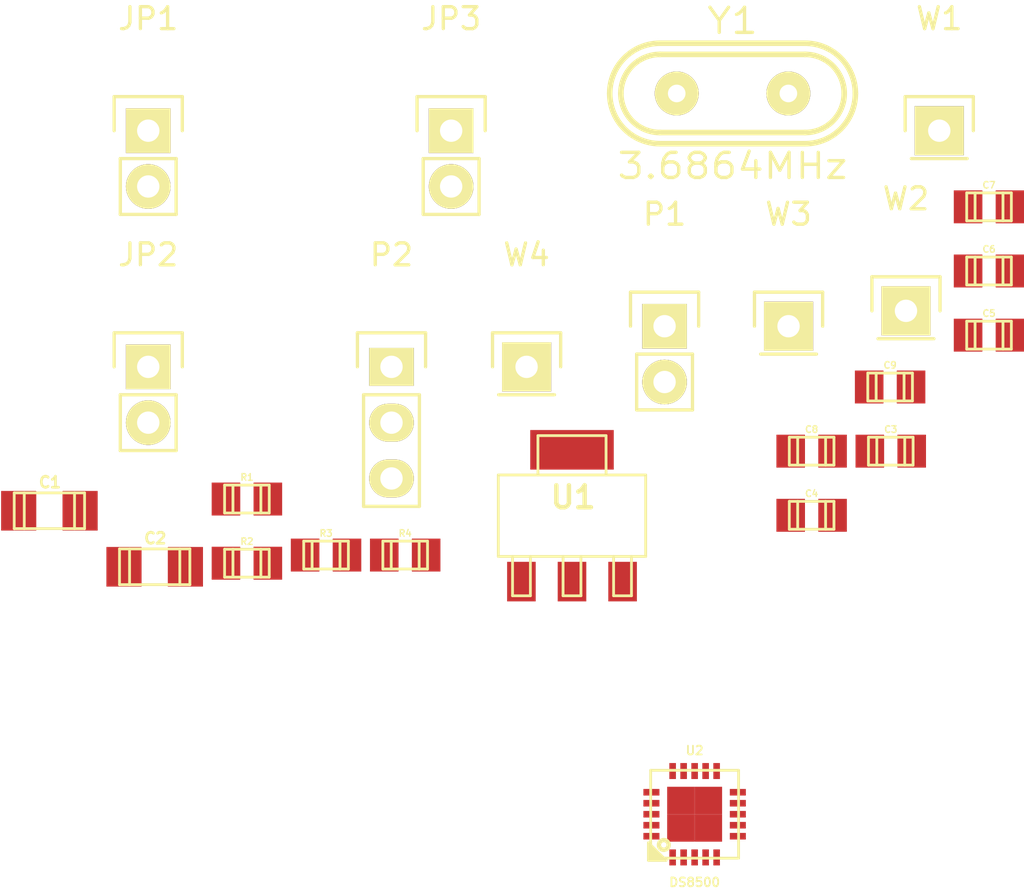
<source format=kicad_pcb>
(kicad_pcb (version 4) (host pcbnew 4.0.2-stable)

  (general
    (links 50)
    (no_connects 50)
    (area 0 0 0 0)
    (thickness 1.6)
    (drawings 0)
    (tracks 0)
    (zones 0)
    (modules 25)
    (nets 17)
  )

  (page A4)
  (layers
    (0 F.Cu signal)
    (31 B.Cu signal)
    (32 B.Adhes user)
    (33 F.Adhes user)
    (34 B.Paste user)
    (35 F.Paste user)
    (36 B.SilkS user)
    (37 F.SilkS user)
    (38 B.Mask user)
    (39 F.Mask user)
    (40 Dwgs.User user)
    (41 Cmts.User user)
    (42 Eco1.User user)
    (43 Eco2.User user)
    (44 Edge.Cuts user)
    (45 Margin user)
    (46 B.CrtYd user)
    (47 F.CrtYd user)
    (48 B.Fab user)
    (49 F.Fab user)
  )

  (setup
    (last_trace_width 0.25)
    (trace_clearance 0.2)
    (zone_clearance 0.508)
    (zone_45_only no)
    (trace_min 0.2)
    (segment_width 0.2)
    (edge_width 0.15)
    (via_size 0.6)
    (via_drill 0.4)
    (via_min_size 0.4)
    (via_min_drill 0.3)
    (uvia_size 0.3)
    (uvia_drill 0.1)
    (uvias_allowed no)
    (uvia_min_size 0.2)
    (uvia_min_drill 0.1)
    (pcb_text_width 0.3)
    (pcb_text_size 1.5 1.5)
    (mod_edge_width 0.15)
    (mod_text_size 1 1)
    (mod_text_width 0.15)
    (pad_size 1.524 1.524)
    (pad_drill 0.762)
    (pad_to_mask_clearance 0.2)
    (aux_axis_origin 0 0)
    (visible_elements FFFFFF7F)
    (pcbplotparams
      (layerselection 0x00030_80000001)
      (usegerberextensions false)
      (excludeedgelayer true)
      (linewidth 0.100000)
      (plotframeref false)
      (viasonmask false)
      (mode 1)
      (useauxorigin false)
      (hpglpennumber 1)
      (hpglpenspeed 20)
      (hpglpendiameter 15)
      (hpglpenoverlay 2)
      (psnegative false)
      (psa4output false)
      (plotreference true)
      (plotvalue true)
      (plotinvisibletext false)
      (padsonsilk false)
      (subtractmaskfromsilk false)
      (outputformat 1)
      (mirror false)
      (drillshape 1)
      (scaleselection 1)
      (outputdirectory ""))
  )

  (net 0 "")
  (net 1 +5V)
  (net 2 GND)
  (net 3 VCC)
  (net 4 "Net-(C3-Pad2)")
  (net 5 "Net-(C4-Pad2)")
  (net 6 "Net-(C5-Pad2)")
  (net 7 "Net-(C8-Pad1)")
  (net 8 "Net-(C8-Pad2)")
  (net 9 "Net-(JP1-Pad2)")
  (net 10 "Net-(P2-Pad2)")
  (net 11 "Net-(P2-Pad3)")
  (net 12 "Net-(R3-Pad2)")
  (net 13 "Net-(U2-Pad4)")
  (net 14 "Net-(U2-Pad14)")
  (net 15 "Net-(U2-Pad19)")
  (net 16 "Net-(U2-Pad5)")

  (net_class Default "This is the default net class."
    (clearance 0.2)
    (trace_width 0.25)
    (via_dia 0.6)
    (via_drill 0.4)
    (uvia_dia 0.3)
    (uvia_drill 0.1)
    (add_net +5V)
    (add_net GND)
    (add_net "Net-(C3-Pad2)")
    (add_net "Net-(C4-Pad2)")
    (add_net "Net-(C5-Pad2)")
    (add_net "Net-(C8-Pad1)")
    (add_net "Net-(C8-Pad2)")
    (add_net "Net-(JP1-Pad2)")
    (add_net "Net-(P2-Pad2)")
    (add_net "Net-(P2-Pad3)")
    (add_net "Net-(R3-Pad2)")
    (add_net "Net-(U2-Pad14)")
    (add_net "Net-(U2-Pad19)")
    (add_net "Net-(U2-Pad4)")
    (add_net "Net-(U2-Pad5)")
    (add_net VCC)
  )

  (module w_smd_cap:c_1206 (layer F.Cu) (tedit 490473F0) (tstamp 5723404F)
    (at 134.4771 104.296736)
    (descr "SMT capacitor, 1206")
    (path /571FC257)
    (fp_text reference C1 (at 0.0254 -1.2954) (layer F.SilkS)
      (effects (font (size 0.50038 0.50038) (thickness 0.11938)))
    )
    (fp_text value 1u (at 0 1.27) (layer F.SilkS) hide
      (effects (font (size 0.50038 0.50038) (thickness 0.11938)))
    )
    (fp_line (start 1.143 0.8128) (end 1.143 -0.8128) (layer F.SilkS) (width 0.127))
    (fp_line (start -1.143 -0.8128) (end -1.143 0.8128) (layer F.SilkS) (width 0.127))
    (fp_line (start -1.6002 -0.8128) (end -1.6002 0.8128) (layer F.SilkS) (width 0.127))
    (fp_line (start -1.6002 0.8128) (end 1.6002 0.8128) (layer F.SilkS) (width 0.127))
    (fp_line (start 1.6002 0.8128) (end 1.6002 -0.8128) (layer F.SilkS) (width 0.127))
    (fp_line (start 1.6002 -0.8128) (end -1.6002 -0.8128) (layer F.SilkS) (width 0.127))
    (pad 1 smd rect (at 1.397 0) (size 1.6002 1.8034) (layers F.Cu F.Paste F.Mask)
      (net 1 +5V))
    (pad 2 smd rect (at -1.397 0) (size 1.6002 1.8034) (layers F.Cu F.Paste F.Mask)
      (net 2 GND))
    (model walter\smd_cap\c_1206.wrl
      (at (xyz 0 0 0))
      (scale (xyz 1 1 1))
      (rotate (xyz 0 0 0))
    )
  )

  (module w_smd_cap:c_1206 (layer F.Cu) (tedit 490473F0) (tstamp 57234055)
    (at 139.2671 106.846736)
    (descr "SMT capacitor, 1206")
    (path /571FC2BE)
    (fp_text reference C2 (at 0.0254 -1.2954) (layer F.SilkS)
      (effects (font (size 0.50038 0.50038) (thickness 0.11938)))
    )
    (fp_text value 1u (at 0 1.27) (layer F.SilkS) hide
      (effects (font (size 0.50038 0.50038) (thickness 0.11938)))
    )
    (fp_line (start 1.143 0.8128) (end 1.143 -0.8128) (layer F.SilkS) (width 0.127))
    (fp_line (start -1.143 -0.8128) (end -1.143 0.8128) (layer F.SilkS) (width 0.127))
    (fp_line (start -1.6002 -0.8128) (end -1.6002 0.8128) (layer F.SilkS) (width 0.127))
    (fp_line (start -1.6002 0.8128) (end 1.6002 0.8128) (layer F.SilkS) (width 0.127))
    (fp_line (start 1.6002 0.8128) (end 1.6002 -0.8128) (layer F.SilkS) (width 0.127))
    (fp_line (start 1.6002 -0.8128) (end -1.6002 -0.8128) (layer F.SilkS) (width 0.127))
    (pad 1 smd rect (at 1.397 0) (size 1.6002 1.8034) (layers F.Cu F.Paste F.Mask)
      (net 3 VCC))
    (pad 2 smd rect (at -1.397 0) (size 1.6002 1.8034) (layers F.Cu F.Paste F.Mask)
      (net 2 GND))
    (model walter\smd_cap\c_1206.wrl
      (at (xyz 0 0 0))
      (scale (xyz 1 1 1))
      (rotate (xyz 0 0 0))
    )
  )

  (module w_smd_cap:c_0805 (layer F.Cu) (tedit 49047394) (tstamp 5723405B)
    (at 172.75274 101.583844)
    (descr "SMT capacitor, 0805")
    (path /571F826F)
    (fp_text reference C3 (at 0 -0.9906) (layer F.SilkS)
      (effects (font (size 0.29972 0.29972) (thickness 0.06096)))
    )
    (fp_text value 22p (at 0 0.9906) (layer F.SilkS) hide
      (effects (font (size 0.29972 0.29972) (thickness 0.06096)))
    )
    (fp_line (start 0.635 -0.635) (end 0.635 0.635) (layer F.SilkS) (width 0.127))
    (fp_line (start -0.635 -0.635) (end -0.635 0.6096) (layer F.SilkS) (width 0.127))
    (fp_line (start -1.016 -0.635) (end 1.016 -0.635) (layer F.SilkS) (width 0.127))
    (fp_line (start 1.016 -0.635) (end 1.016 0.635) (layer F.SilkS) (width 0.127))
    (fp_line (start 1.016 0.635) (end -1.016 0.635) (layer F.SilkS) (width 0.127))
    (fp_line (start -1.016 0.635) (end -1.016 -0.635) (layer F.SilkS) (width 0.127))
    (pad 1 smd rect (at 0.9525 0) (size 1.30048 1.4986) (layers F.Cu F.Paste F.Mask)
      (net 2 GND))
    (pad 2 smd rect (at -0.9525 0) (size 1.30048 1.4986) (layers F.Cu F.Paste F.Mask)
      (net 4 "Net-(C3-Pad2)"))
    (model walter\smd_cap\c_0805.wrl
      (at (xyz 0 0 0))
      (scale (xyz 1 1 1))
      (rotate (xyz 0 0 0))
    )
  )

  (module w_smd_cap:c_0805 (layer F.Cu) (tedit 49047394) (tstamp 57234061)
    (at 169.15274 104.503844)
    (descr "SMT capacitor, 0805")
    (path /571F835D)
    (fp_text reference C4 (at 0 -0.9906) (layer F.SilkS)
      (effects (font (size 0.29972 0.29972) (thickness 0.06096)))
    )
    (fp_text value 22p (at 0 0.9906) (layer F.SilkS) hide
      (effects (font (size 0.29972 0.29972) (thickness 0.06096)))
    )
    (fp_line (start 0.635 -0.635) (end 0.635 0.635) (layer F.SilkS) (width 0.127))
    (fp_line (start -0.635 -0.635) (end -0.635 0.6096) (layer F.SilkS) (width 0.127))
    (fp_line (start -1.016 -0.635) (end 1.016 -0.635) (layer F.SilkS) (width 0.127))
    (fp_line (start 1.016 -0.635) (end 1.016 0.635) (layer F.SilkS) (width 0.127))
    (fp_line (start 1.016 0.635) (end -1.016 0.635) (layer F.SilkS) (width 0.127))
    (fp_line (start -1.016 0.635) (end -1.016 -0.635) (layer F.SilkS) (width 0.127))
    (pad 1 smd rect (at 0.9525 0) (size 1.30048 1.4986) (layers F.Cu F.Paste F.Mask)
      (net 2 GND))
    (pad 2 smd rect (at -0.9525 0) (size 1.30048 1.4986) (layers F.Cu F.Paste F.Mask)
      (net 5 "Net-(C4-Pad2)"))
    (model walter\smd_cap\c_0805.wrl
      (at (xyz 0 0 0))
      (scale (xyz 1 1 1))
      (rotate (xyz 0 0 0))
    )
  )

  (module w_smd_cap:c_0805 (layer F.Cu) (tedit 49047394) (tstamp 57234067)
    (at 177.22274 96.303844)
    (descr "SMT capacitor, 0805")
    (path /571F86D9)
    (fp_text reference C5 (at 0 -0.9906) (layer F.SilkS)
      (effects (font (size 0.29972 0.29972) (thickness 0.06096)))
    )
    (fp_text value 100n (at 0 0.9906) (layer F.SilkS) hide
      (effects (font (size 0.29972 0.29972) (thickness 0.06096)))
    )
    (fp_line (start 0.635 -0.635) (end 0.635 0.635) (layer F.SilkS) (width 0.127))
    (fp_line (start -0.635 -0.635) (end -0.635 0.6096) (layer F.SilkS) (width 0.127))
    (fp_line (start -1.016 -0.635) (end 1.016 -0.635) (layer F.SilkS) (width 0.127))
    (fp_line (start 1.016 -0.635) (end 1.016 0.635) (layer F.SilkS) (width 0.127))
    (fp_line (start 1.016 0.635) (end -1.016 0.635) (layer F.SilkS) (width 0.127))
    (fp_line (start -1.016 0.635) (end -1.016 -0.635) (layer F.SilkS) (width 0.127))
    (pad 1 smd rect (at 0.9525 0) (size 1.30048 1.4986) (layers F.Cu F.Paste F.Mask)
      (net 2 GND))
    (pad 2 smd rect (at -0.9525 0) (size 1.30048 1.4986) (layers F.Cu F.Paste F.Mask)
      (net 6 "Net-(C5-Pad2)"))
    (model walter\smd_cap\c_0805.wrl
      (at (xyz 0 0 0))
      (scale (xyz 1 1 1))
      (rotate (xyz 0 0 0))
    )
  )

  (module w_smd_cap:c_0805 (layer F.Cu) (tedit 49047394) (tstamp 5723406D)
    (at 177.22274 93.383844)
    (descr "SMT capacitor, 0805")
    (path /571FD231)
    (fp_text reference C6 (at 0 -0.9906) (layer F.SilkS)
      (effects (font (size 0.29972 0.29972) (thickness 0.06096)))
    )
    (fp_text value 100n (at 0 0.9906) (layer F.SilkS) hide
      (effects (font (size 0.29972 0.29972) (thickness 0.06096)))
    )
    (fp_line (start 0.635 -0.635) (end 0.635 0.635) (layer F.SilkS) (width 0.127))
    (fp_line (start -0.635 -0.635) (end -0.635 0.6096) (layer F.SilkS) (width 0.127))
    (fp_line (start -1.016 -0.635) (end 1.016 -0.635) (layer F.SilkS) (width 0.127))
    (fp_line (start 1.016 -0.635) (end 1.016 0.635) (layer F.SilkS) (width 0.127))
    (fp_line (start 1.016 0.635) (end -1.016 0.635) (layer F.SilkS) (width 0.127))
    (fp_line (start -1.016 0.635) (end -1.016 -0.635) (layer F.SilkS) (width 0.127))
    (pad 1 smd rect (at 0.9525 0) (size 1.30048 1.4986) (layers F.Cu F.Paste F.Mask)
      (net 3 VCC))
    (pad 2 smd rect (at -0.9525 0) (size 1.30048 1.4986) (layers F.Cu F.Paste F.Mask)
      (net 2 GND))
    (model walter\smd_cap\c_0805.wrl
      (at (xyz 0 0 0))
      (scale (xyz 1 1 1))
      (rotate (xyz 0 0 0))
    )
  )

  (module w_smd_cap:c_0805 (layer F.Cu) (tedit 49047394) (tstamp 57234073)
    (at 177.22274 90.463844)
    (descr "SMT capacitor, 0805")
    (path /571FD15D)
    (fp_text reference C7 (at 0 -0.9906) (layer F.SilkS)
      (effects (font (size 0.29972 0.29972) (thickness 0.06096)))
    )
    (fp_text value 100n (at 0 0.9906) (layer F.SilkS) hide
      (effects (font (size 0.29972 0.29972) (thickness 0.06096)))
    )
    (fp_line (start 0.635 -0.635) (end 0.635 0.635) (layer F.SilkS) (width 0.127))
    (fp_line (start -0.635 -0.635) (end -0.635 0.6096) (layer F.SilkS) (width 0.127))
    (fp_line (start -1.016 -0.635) (end 1.016 -0.635) (layer F.SilkS) (width 0.127))
    (fp_line (start 1.016 -0.635) (end 1.016 0.635) (layer F.SilkS) (width 0.127))
    (fp_line (start 1.016 0.635) (end -1.016 0.635) (layer F.SilkS) (width 0.127))
    (fp_line (start -1.016 0.635) (end -1.016 -0.635) (layer F.SilkS) (width 0.127))
    (pad 1 smd rect (at 0.9525 0) (size 1.30048 1.4986) (layers F.Cu F.Paste F.Mask)
      (net 3 VCC))
    (pad 2 smd rect (at -0.9525 0) (size 1.30048 1.4986) (layers F.Cu F.Paste F.Mask)
      (net 2 GND))
    (model walter\smd_cap\c_0805.wrl
      (at (xyz 0 0 0))
      (scale (xyz 1 1 1))
      (rotate (xyz 0 0 0))
    )
  )

  (module w_smd_cap:c_0805 (layer F.Cu) (tedit 49047394) (tstamp 57234079)
    (at 169.15274 101.583844)
    (descr "SMT capacitor, 0805")
    (path /571F8B1B)
    (fp_text reference C8 (at 0 -0.9906) (layer F.SilkS)
      (effects (font (size 0.29972 0.29972) (thickness 0.06096)))
    )
    (fp_text value 100n (at 0 0.9906) (layer F.SilkS) hide
      (effects (font (size 0.29972 0.29972) (thickness 0.06096)))
    )
    (fp_line (start 0.635 -0.635) (end 0.635 0.635) (layer F.SilkS) (width 0.127))
    (fp_line (start -0.635 -0.635) (end -0.635 0.6096) (layer F.SilkS) (width 0.127))
    (fp_line (start -1.016 -0.635) (end 1.016 -0.635) (layer F.SilkS) (width 0.127))
    (fp_line (start 1.016 -0.635) (end 1.016 0.635) (layer F.SilkS) (width 0.127))
    (fp_line (start 1.016 0.635) (end -1.016 0.635) (layer F.SilkS) (width 0.127))
    (fp_line (start -1.016 0.635) (end -1.016 -0.635) (layer F.SilkS) (width 0.127))
    (pad 1 smd rect (at 0.9525 0) (size 1.30048 1.4986) (layers F.Cu F.Paste F.Mask)
      (net 7 "Net-(C8-Pad1)"))
    (pad 2 smd rect (at -0.9525 0) (size 1.30048 1.4986) (layers F.Cu F.Paste F.Mask)
      (net 8 "Net-(C8-Pad2)"))
    (model walter\smd_cap\c_0805.wrl
      (at (xyz 0 0 0))
      (scale (xyz 1 1 1))
      (rotate (xyz 0 0 0))
    )
  )

  (module w_smd_cap:c_0805 (layer F.Cu) (tedit 49047394) (tstamp 5723407F)
    (at 172.72274 98.663844)
    (descr "SMT capacitor, 0805")
    (path /571F8F4A)
    (fp_text reference C9 (at 0 -0.9906) (layer F.SilkS)
      (effects (font (size 0.29972 0.29972) (thickness 0.06096)))
    )
    (fp_text value 100n (at 0 0.9906) (layer F.SilkS) hide
      (effects (font (size 0.29972 0.29972) (thickness 0.06096)))
    )
    (fp_line (start 0.635 -0.635) (end 0.635 0.635) (layer F.SilkS) (width 0.127))
    (fp_line (start -0.635 -0.635) (end -0.635 0.6096) (layer F.SilkS) (width 0.127))
    (fp_line (start -1.016 -0.635) (end 1.016 -0.635) (layer F.SilkS) (width 0.127))
    (fp_line (start 1.016 -0.635) (end 1.016 0.635) (layer F.SilkS) (width 0.127))
    (fp_line (start 1.016 0.635) (end -1.016 0.635) (layer F.SilkS) (width 0.127))
    (fp_line (start -1.016 0.635) (end -1.016 -0.635) (layer F.SilkS) (width 0.127))
    (pad 1 smd rect (at 0.9525 0) (size 1.30048 1.4986) (layers F.Cu F.Paste F.Mask)
      (net 7 "Net-(C8-Pad1)"))
    (pad 2 smd rect (at -0.9525 0) (size 1.30048 1.4986) (layers F.Cu F.Paste F.Mask)
      (net 8 "Net-(C8-Pad2)"))
    (model walter\smd_cap\c_0805.wrl
      (at (xyz 0 0 0))
      (scale (xyz 1 1 1))
      (rotate (xyz 0 0 0))
    )
  )

  (module Pin_Headers:Pin_Header_Straight_1x02 (layer F.Cu) (tedit 54EA090C) (tstamp 57234085)
    (at 138.974048 86.997)
    (descr "Through hole pin header")
    (tags "pin header")
    (path /571F99DD)
    (fp_text reference JP1 (at 0 -5.1) (layer F.SilkS)
      (effects (font (size 1 1) (thickness 0.15)))
    )
    (fp_text value Jumper_NO_Small (at 0 -3.1) (layer F.Fab)
      (effects (font (size 1 1) (thickness 0.15)))
    )
    (fp_line (start 1.27 1.27) (end 1.27 3.81) (layer F.SilkS) (width 0.15))
    (fp_line (start 1.55 -1.55) (end 1.55 0) (layer F.SilkS) (width 0.15))
    (fp_line (start -1.75 -1.75) (end -1.75 4.3) (layer F.CrtYd) (width 0.05))
    (fp_line (start 1.75 -1.75) (end 1.75 4.3) (layer F.CrtYd) (width 0.05))
    (fp_line (start -1.75 -1.75) (end 1.75 -1.75) (layer F.CrtYd) (width 0.05))
    (fp_line (start -1.75 4.3) (end 1.75 4.3) (layer F.CrtYd) (width 0.05))
    (fp_line (start 1.27 1.27) (end -1.27 1.27) (layer F.SilkS) (width 0.15))
    (fp_line (start -1.55 0) (end -1.55 -1.55) (layer F.SilkS) (width 0.15))
    (fp_line (start -1.55 -1.55) (end 1.55 -1.55) (layer F.SilkS) (width 0.15))
    (fp_line (start -1.27 1.27) (end -1.27 3.81) (layer F.SilkS) (width 0.15))
    (fp_line (start -1.27 3.81) (end 1.27 3.81) (layer F.SilkS) (width 0.15))
    (pad 1 thru_hole rect (at 0 0) (size 2.032 2.032) (drill 1.016) (layers *.Cu *.Mask F.SilkS)
      (net 2 GND))
    (pad 2 thru_hole oval (at 0 2.54) (size 2.032 2.032) (drill 1.016) (layers *.Cu *.Mask F.SilkS)
      (net 9 "Net-(JP1-Pad2)"))
    (model Pin_Headers.3dshapes/Pin_Header_Straight_1x02.wrl
      (at (xyz 0 -0.05 0))
      (scale (xyz 1 1 1))
      (rotate (xyz 0 0 90))
    )
  )

  (module Pin_Headers:Pin_Header_Straight_1x02 (layer F.Cu) (tedit 54EA090C) (tstamp 5723408B)
    (at 138.974048 97.747)
    (descr "Through hole pin header")
    (tags "pin header")
    (path /571F9A44)
    (fp_text reference JP2 (at 0 -5.1) (layer F.SilkS)
      (effects (font (size 1 1) (thickness 0.15)))
    )
    (fp_text value Jumper_NO_Small (at 0 -3.1) (layer F.Fab)
      (effects (font (size 1 1) (thickness 0.15)))
    )
    (fp_line (start 1.27 1.27) (end 1.27 3.81) (layer F.SilkS) (width 0.15))
    (fp_line (start 1.55 -1.55) (end 1.55 0) (layer F.SilkS) (width 0.15))
    (fp_line (start -1.75 -1.75) (end -1.75 4.3) (layer F.CrtYd) (width 0.05))
    (fp_line (start 1.75 -1.75) (end 1.75 4.3) (layer F.CrtYd) (width 0.05))
    (fp_line (start -1.75 -1.75) (end 1.75 -1.75) (layer F.CrtYd) (width 0.05))
    (fp_line (start -1.75 4.3) (end 1.75 4.3) (layer F.CrtYd) (width 0.05))
    (fp_line (start 1.27 1.27) (end -1.27 1.27) (layer F.SilkS) (width 0.15))
    (fp_line (start -1.55 0) (end -1.55 -1.55) (layer F.SilkS) (width 0.15))
    (fp_line (start -1.55 -1.55) (end 1.55 -1.55) (layer F.SilkS) (width 0.15))
    (fp_line (start -1.27 1.27) (end -1.27 3.81) (layer F.SilkS) (width 0.15))
    (fp_line (start -1.27 3.81) (end 1.27 3.81) (layer F.SilkS) (width 0.15))
    (pad 1 thru_hole rect (at 0 0) (size 2.032 2.032) (drill 1.016) (layers *.Cu *.Mask F.SilkS)
      (net 9 "Net-(JP1-Pad2)"))
    (pad 2 thru_hole oval (at 0 2.54) (size 2.032 2.032) (drill 1.016) (layers *.Cu *.Mask F.SilkS)
      (net 3 VCC))
    (model Pin_Headers.3dshapes/Pin_Header_Straight_1x02.wrl
      (at (xyz 0 -0.05 0))
      (scale (xyz 1 1 1))
      (rotate (xyz 0 0 90))
    )
  )

  (module Pin_Headers:Pin_Header_Straight_1x02 (layer F.Cu) (tedit 54EA090C) (tstamp 57234091)
    (at 152.754048 86.997)
    (descr "Through hole pin header")
    (tags "pin header")
    (path /571F8ADE)
    (fp_text reference JP3 (at 0 -5.1) (layer F.SilkS)
      (effects (font (size 1 1) (thickness 0.15)))
    )
    (fp_text value Jumper_NO_Small (at 0 -3.1) (layer F.Fab)
      (effects (font (size 1 1) (thickness 0.15)))
    )
    (fp_line (start 1.27 1.27) (end 1.27 3.81) (layer F.SilkS) (width 0.15))
    (fp_line (start 1.55 -1.55) (end 1.55 0) (layer F.SilkS) (width 0.15))
    (fp_line (start -1.75 -1.75) (end -1.75 4.3) (layer F.CrtYd) (width 0.05))
    (fp_line (start 1.75 -1.75) (end 1.75 4.3) (layer F.CrtYd) (width 0.05))
    (fp_line (start -1.75 -1.75) (end 1.75 -1.75) (layer F.CrtYd) (width 0.05))
    (fp_line (start -1.75 4.3) (end 1.75 4.3) (layer F.CrtYd) (width 0.05))
    (fp_line (start 1.27 1.27) (end -1.27 1.27) (layer F.SilkS) (width 0.15))
    (fp_line (start -1.55 0) (end -1.55 -1.55) (layer F.SilkS) (width 0.15))
    (fp_line (start -1.55 -1.55) (end 1.55 -1.55) (layer F.SilkS) (width 0.15))
    (fp_line (start -1.27 1.27) (end -1.27 3.81) (layer F.SilkS) (width 0.15))
    (fp_line (start -1.27 3.81) (end 1.27 3.81) (layer F.SilkS) (width 0.15))
    (pad 1 thru_hole rect (at 0 0) (size 2.032 2.032) (drill 1.016) (layers *.Cu *.Mask F.SilkS)
      (net 8 "Net-(C8-Pad2)"))
    (pad 2 thru_hole oval (at 0 2.54) (size 2.032 2.032) (drill 1.016) (layers *.Cu *.Mask F.SilkS)
      (net 7 "Net-(C8-Pad1)"))
    (model Pin_Headers.3dshapes/Pin_Header_Straight_1x02.wrl
      (at (xyz 0 -0.05 0))
      (scale (xyz 1 1 1))
      (rotate (xyz 0 0 90))
    )
  )

  (module Pin_Headers:Pin_Header_Straight_1x02 (layer F.Cu) (tedit 54EA090C) (tstamp 57234097)
    (at 162.462619 95.897)
    (descr "Through hole pin header")
    (tags "pin header")
    (path /571FB831)
    (fp_text reference P1 (at 0 -5.1) (layer F.SilkS)
      (effects (font (size 1 1) (thickness 0.15)))
    )
    (fp_text value POWER (at 0 -3.1) (layer F.Fab)
      (effects (font (size 1 1) (thickness 0.15)))
    )
    (fp_line (start 1.27 1.27) (end 1.27 3.81) (layer F.SilkS) (width 0.15))
    (fp_line (start 1.55 -1.55) (end 1.55 0) (layer F.SilkS) (width 0.15))
    (fp_line (start -1.75 -1.75) (end -1.75 4.3) (layer F.CrtYd) (width 0.05))
    (fp_line (start 1.75 -1.75) (end 1.75 4.3) (layer F.CrtYd) (width 0.05))
    (fp_line (start -1.75 -1.75) (end 1.75 -1.75) (layer F.CrtYd) (width 0.05))
    (fp_line (start -1.75 4.3) (end 1.75 4.3) (layer F.CrtYd) (width 0.05))
    (fp_line (start 1.27 1.27) (end -1.27 1.27) (layer F.SilkS) (width 0.15))
    (fp_line (start -1.55 0) (end -1.55 -1.55) (layer F.SilkS) (width 0.15))
    (fp_line (start -1.55 -1.55) (end 1.55 -1.55) (layer F.SilkS) (width 0.15))
    (fp_line (start -1.27 1.27) (end -1.27 3.81) (layer F.SilkS) (width 0.15))
    (fp_line (start -1.27 3.81) (end 1.27 3.81) (layer F.SilkS) (width 0.15))
    (pad 1 thru_hole rect (at 0 0) (size 2.032 2.032) (drill 1.016) (layers *.Cu *.Mask F.SilkS)
      (net 2 GND))
    (pad 2 thru_hole oval (at 0 2.54) (size 2.032 2.032) (drill 1.016) (layers *.Cu *.Mask F.SilkS)
      (net 1 +5V))
    (model Pin_Headers.3dshapes/Pin_Header_Straight_1x02.wrl
      (at (xyz 0 -0.05 0))
      (scale (xyz 1 1 1))
      (rotate (xyz 0 0 90))
    )
  )

  (module Pin_Headers:Pin_Header_Straight_1x03 (layer F.Cu) (tedit 0) (tstamp 5723409E)
    (at 150.039762 97.747)
    (descr "Through hole pin header")
    (tags "pin header")
    (path /571F97AB)
    (fp_text reference P2 (at 0 -5.1) (layer F.SilkS)
      (effects (font (size 1 1) (thickness 0.15)))
    )
    (fp_text value INTERFACE (at 0 -3.1) (layer F.Fab)
      (effects (font (size 1 1) (thickness 0.15)))
    )
    (fp_line (start -1.75 -1.75) (end -1.75 6.85) (layer F.CrtYd) (width 0.05))
    (fp_line (start 1.75 -1.75) (end 1.75 6.85) (layer F.CrtYd) (width 0.05))
    (fp_line (start -1.75 -1.75) (end 1.75 -1.75) (layer F.CrtYd) (width 0.05))
    (fp_line (start -1.75 6.85) (end 1.75 6.85) (layer F.CrtYd) (width 0.05))
    (fp_line (start -1.27 1.27) (end -1.27 6.35) (layer F.SilkS) (width 0.15))
    (fp_line (start -1.27 6.35) (end 1.27 6.35) (layer F.SilkS) (width 0.15))
    (fp_line (start 1.27 6.35) (end 1.27 1.27) (layer F.SilkS) (width 0.15))
    (fp_line (start 1.55 -1.55) (end 1.55 0) (layer F.SilkS) (width 0.15))
    (fp_line (start 1.27 1.27) (end -1.27 1.27) (layer F.SilkS) (width 0.15))
    (fp_line (start -1.55 0) (end -1.55 -1.55) (layer F.SilkS) (width 0.15))
    (fp_line (start -1.55 -1.55) (end 1.55 -1.55) (layer F.SilkS) (width 0.15))
    (pad 1 thru_hole rect (at 0 0) (size 2.032 1.7272) (drill 1.016) (layers *.Cu *.Mask F.SilkS)
      (net 2 GND))
    (pad 2 thru_hole oval (at 0 2.54) (size 2.032 1.7272) (drill 1.016) (layers *.Cu *.Mask F.SilkS)
      (net 10 "Net-(P2-Pad2)"))
    (pad 3 thru_hole oval (at 0 5.08) (size 2.032 1.7272) (drill 1.016) (layers *.Cu *.Mask F.SilkS)
      (net 11 "Net-(P2-Pad3)"))
    (model Pin_Headers.3dshapes/Pin_Header_Straight_1x03.wrl
      (at (xyz 0 -0.1 0))
      (scale (xyz 1 1 1))
      (rotate (xyz 0 0 90))
    )
  )

  (module w_smd_resistors:r_0805 (layer F.Cu) (tedit 49047384) (tstamp 572340A4)
    (at 143.46274 103.763844)
    (descr "SMT resistor, 0805")
    (path /571FA07B)
    (fp_text reference R1 (at 0 -0.9906) (layer F.SilkS)
      (effects (font (size 0.29972 0.29972) (thickness 0.06096)))
    )
    (fp_text value 10k (at 0 0.9906) (layer F.SilkS) hide
      (effects (font (size 0.29972 0.29972) (thickness 0.06096)))
    )
    (fp_line (start 0.635 -0.635) (end 0.635 0.635) (layer F.SilkS) (width 0.127))
    (fp_line (start -0.635 -0.635) (end -0.635 0.6096) (layer F.SilkS) (width 0.127))
    (fp_line (start -1.016 -0.635) (end 1.016 -0.635) (layer F.SilkS) (width 0.127))
    (fp_line (start 1.016 -0.635) (end 1.016 0.635) (layer F.SilkS) (width 0.127))
    (fp_line (start 1.016 0.635) (end -1.016 0.635) (layer F.SilkS) (width 0.127))
    (fp_line (start -1.016 0.635) (end -1.016 -0.635) (layer F.SilkS) (width 0.127))
    (pad 1 smd rect (at 0.9525 0) (size 1.30048 1.4986) (layers F.Cu F.Paste F.Mask)
      (net 11 "Net-(P2-Pad3)"))
    (pad 2 smd rect (at -0.9525 0) (size 1.30048 1.4986) (layers F.Cu F.Paste F.Mask)
      (net 9 "Net-(JP1-Pad2)"))
    (model walter/smd_resistors/r_0805.wrl
      (at (xyz 0 0 0))
      (scale (xyz 1 1 1))
      (rotate (xyz 0 0 0))
    )
  )

  (module w_smd_resistors:r_0805 (layer F.Cu) (tedit 49047384) (tstamp 572340AA)
    (at 143.46274 106.683844)
    (descr "SMT resistor, 0805")
    (path /571FA000)
    (fp_text reference R2 (at 0 -0.9906) (layer F.SilkS)
      (effects (font (size 0.29972 0.29972) (thickness 0.06096)))
    )
    (fp_text value 20k (at 0 0.9906) (layer F.SilkS) hide
      (effects (font (size 0.29972 0.29972) (thickness 0.06096)))
    )
    (fp_line (start 0.635 -0.635) (end 0.635 0.635) (layer F.SilkS) (width 0.127))
    (fp_line (start -0.635 -0.635) (end -0.635 0.6096) (layer F.SilkS) (width 0.127))
    (fp_line (start -1.016 -0.635) (end 1.016 -0.635) (layer F.SilkS) (width 0.127))
    (fp_line (start 1.016 -0.635) (end 1.016 0.635) (layer F.SilkS) (width 0.127))
    (fp_line (start 1.016 0.635) (end -1.016 0.635) (layer F.SilkS) (width 0.127))
    (fp_line (start -1.016 0.635) (end -1.016 -0.635) (layer F.SilkS) (width 0.127))
    (pad 1 smd rect (at 0.9525 0) (size 1.30048 1.4986) (layers F.Cu F.Paste F.Mask)
      (net 9 "Net-(JP1-Pad2)"))
    (pad 2 smd rect (at -0.9525 0) (size 1.30048 1.4986) (layers F.Cu F.Paste F.Mask)
      (net 2 GND))
    (model walter/smd_resistors/r_0805.wrl
      (at (xyz 0 0 0))
      (scale (xyz 1 1 1))
      (rotate (xyz 0 0 0))
    )
  )

  (module w_smd_resistors:r_0805 (layer F.Cu) (tedit 49047384) (tstamp 572340B0)
    (at 147.06274 106.313844)
    (descr "SMT resistor, 0805")
    (path /571FA3BB)
    (fp_text reference R3 (at 0 -0.9906) (layer F.SilkS)
      (effects (font (size 0.29972 0.29972) (thickness 0.06096)))
    )
    (fp_text value 10k (at 0 0.9906) (layer F.SilkS) hide
      (effects (font (size 0.29972 0.29972) (thickness 0.06096)))
    )
    (fp_line (start 0.635 -0.635) (end 0.635 0.635) (layer F.SilkS) (width 0.127))
    (fp_line (start -0.635 -0.635) (end -0.635 0.6096) (layer F.SilkS) (width 0.127))
    (fp_line (start -1.016 -0.635) (end 1.016 -0.635) (layer F.SilkS) (width 0.127))
    (fp_line (start 1.016 -0.635) (end 1.016 0.635) (layer F.SilkS) (width 0.127))
    (fp_line (start 1.016 0.635) (end -1.016 0.635) (layer F.SilkS) (width 0.127))
    (fp_line (start -1.016 0.635) (end -1.016 -0.635) (layer F.SilkS) (width 0.127))
    (pad 1 smd rect (at 0.9525 0) (size 1.30048 1.4986) (layers F.Cu F.Paste F.Mask)
      (net 10 "Net-(P2-Pad2)"))
    (pad 2 smd rect (at -0.9525 0) (size 1.30048 1.4986) (layers F.Cu F.Paste F.Mask)
      (net 12 "Net-(R3-Pad2)"))
    (model walter/smd_resistors/r_0805.wrl
      (at (xyz 0 0 0))
      (scale (xyz 1 1 1))
      (rotate (xyz 0 0 0))
    )
  )

  (module w_smd_resistors:r_0805 (layer F.Cu) (tedit 49047384) (tstamp 572340B6)
    (at 150.66274 106.313844)
    (descr "SMT resistor, 0805")
    (path /571FA3B5)
    (fp_text reference R4 (at 0 -0.9906) (layer F.SilkS)
      (effects (font (size 0.29972 0.29972) (thickness 0.06096)))
    )
    (fp_text value 20k (at 0 0.9906) (layer F.SilkS) hide
      (effects (font (size 0.29972 0.29972) (thickness 0.06096)))
    )
    (fp_line (start 0.635 -0.635) (end 0.635 0.635) (layer F.SilkS) (width 0.127))
    (fp_line (start -0.635 -0.635) (end -0.635 0.6096) (layer F.SilkS) (width 0.127))
    (fp_line (start -1.016 -0.635) (end 1.016 -0.635) (layer F.SilkS) (width 0.127))
    (fp_line (start 1.016 -0.635) (end 1.016 0.635) (layer F.SilkS) (width 0.127))
    (fp_line (start 1.016 0.635) (end -1.016 0.635) (layer F.SilkS) (width 0.127))
    (fp_line (start -1.016 0.635) (end -1.016 -0.635) (layer F.SilkS) (width 0.127))
    (pad 1 smd rect (at 0.9525 0) (size 1.30048 1.4986) (layers F.Cu F.Paste F.Mask)
      (net 12 "Net-(R3-Pad2)"))
    (pad 2 smd rect (at -0.9525 0) (size 1.30048 1.4986) (layers F.Cu F.Paste F.Mask)
      (net 2 GND))
    (model walter/smd_resistors/r_0805.wrl
      (at (xyz 0 0 0))
      (scale (xyz 1 1 1))
      (rotate (xyz 0 0 0))
    )
  )

  (module w_smd_trans:sot223 (layer F.Cu) (tedit 49047669) (tstamp 572340BE)
    (at 158.251266 104.52217)
    (descr SOT223)
    (path /571FBC3E)
    (fp_text reference U1 (at 0.0508 -0.8382) (layer F.SilkS)
      (effects (font (size 1.00076 1.00076) (thickness 0.20066)))
    )
    (fp_text value AP1117V5 (at 0 1.0414) (layer F.SilkS) hide
      (effects (font (size 1.00076 1.00076) (thickness 0.20066)))
    )
    (fp_line (start -1.5494 -3.6449) (end 1.5494 -3.6449) (layer F.SilkS) (width 0.127))
    (fp_line (start 1.5494 -3.6449) (end 1.5494 -1.8542) (layer F.SilkS) (width 0.127))
    (fp_line (start -1.5494 -3.6449) (end -1.5494 -1.8542) (layer F.SilkS) (width 0.127))
    (fp_line (start 1.8923 3.6449) (end 2.7051 3.6449) (layer F.SilkS) (width 0.127))
    (fp_line (start 2.7051 3.6449) (end 2.7051 1.8542) (layer F.SilkS) (width 0.127))
    (fp_line (start 1.8923 3.6449) (end 1.8923 1.8542) (layer F.SilkS) (width 0.127))
    (fp_line (start -0.4064 3.6449) (end -0.4064 1.8542) (layer F.SilkS) (width 0.127))
    (fp_line (start 0.4064 3.6449) (end 0.4064 1.8542) (layer F.SilkS) (width 0.127))
    (fp_line (start -0.4064 3.6449) (end 0.4064 3.6449) (layer F.SilkS) (width 0.127))
    (fp_line (start -2.7051 3.6449) (end -1.8923 3.6449) (layer F.SilkS) (width 0.127))
    (fp_line (start -1.8923 3.6449) (end -1.8923 1.8542) (layer F.SilkS) (width 0.127))
    (fp_line (start -2.7051 3.6449) (end -2.7051 1.8542) (layer F.SilkS) (width 0.127))
    (fp_line (start 3.3528 1.8542) (end -3.3528 1.8542) (layer F.SilkS) (width 0.127))
    (fp_line (start -3.3528 1.8542) (end -3.3528 -1.8542) (layer F.SilkS) (width 0.127))
    (fp_line (start -3.3528 -1.8542) (end 3.3528 -1.8542) (layer F.SilkS) (width 0.127))
    (fp_line (start 3.3528 -1.8542) (end 3.3528 1.8542) (layer F.SilkS) (width 0.127))
    (pad 1 smd rect (at -2.30124 2.99974) (size 1.30048 1.80086) (layers F.Cu F.Paste F.Mask)
      (net 2 GND))
    (pad 2 smd rect (at 0 2.99974) (size 1.30048 1.80086) (layers F.Cu F.Paste F.Mask)
      (net 3 VCC))
    (pad 3 smd rect (at 2.30124 2.99974) (size 1.30048 1.80086) (layers F.Cu F.Paste F.Mask)
      (net 1 +5V))
    (pad 4 smd rect (at 0 -2.99974) (size 3.79984 1.80086) (layers F.Cu F.Paste F.Mask))
    (model walter/smd_trans/sot223.wrl
      (at (xyz 0 0 0))
      (scale (xyz 1 1 1))
      (rotate (xyz 0 0 0))
    )
  )

  (module w_smd_qfn:qfn-20 (layer F.Cu) (tedit 513B15A8) (tstamp 572340DA)
    (at 163.83 118.11)
    (descr "Plastic QFP, Microchip QFN-20")
    (path /571F7B08)
    (fp_text reference U2 (at 0 -2.90068) (layer F.SilkS)
      (effects (font (size 0.39878 0.39878) (thickness 0.07874)))
    )
    (fp_text value DS8500 (at 0 3.0988) (layer F.SilkS)
      (effects (font (size 0.39878 0.39878) (thickness 0.07874)))
    )
    (fp_line (start -1.30048 2.10058) (end -2.10058 1.30048) (layer F.SilkS) (width 0.127))
    (fp_line (start -2.10058 1.30048) (end -2.10058 2.10058) (layer F.SilkS) (width 0.127))
    (fp_line (start -2.10058 2.10058) (end -1.30048 2.10058) (layer F.SilkS) (width 0.127))
    (fp_line (start -1.99898 1.50114) (end -1.50114 1.99898) (layer F.SilkS) (width 0.127))
    (fp_line (start -1.99898 1.6002) (end -1.6002 1.99898) (layer F.SilkS) (width 0.127))
    (fp_line (start -1.6002 1.99898) (end -1.69926 1.99898) (layer F.SilkS) (width 0.127))
    (fp_line (start -1.69926 1.99898) (end -1.99898 1.69926) (layer F.SilkS) (width 0.127))
    (fp_line (start -1.99898 1.69926) (end -1.99898 1.80086) (layer F.SilkS) (width 0.127))
    (fp_line (start -1.99898 1.80086) (end -1.80086 1.99898) (layer F.SilkS) (width 0.127))
    (fp_line (start -1.99898 1.50114) (end -1.99898 1.69926) (layer F.SilkS) (width 0.127))
    (fp_line (start -1.99898 1.39954) (end -1.99898 1.6002) (layer F.SilkS) (width 0.127))
    (fp_line (start -1.99898 1.99898) (end -1.99898 -1.99898) (layer F.SilkS) (width 0.127))
    (fp_line (start -1.99898 -1.99898) (end 1.99898 -1.99898) (layer F.SilkS) (width 0.127))
    (fp_line (start 1.99898 -1.99898) (end 1.99898 1.99898) (layer F.SilkS) (width 0.127))
    (fp_line (start 1.99898 1.99898) (end -1.99898 1.99898) (layer F.SilkS) (width 0.127))
    (fp_circle (center -1.40208 1.397) (end -1.20396 1.4986) (layer F.SilkS) (width 0.19812))
    (pad 1 smd rect (at -1.00076 1.96596) (size 0.29972 0.72898) (layers F.Cu F.Paste F.Mask)
      (net 3 VCC) (solder_mask_margin 0.07112))
    (pad 2 smd rect (at -0.50038 1.96596) (size 0.29972 0.72898) (layers F.Cu F.Paste F.Mask)
      (net 3 VCC) (solder_mask_margin 0.07112))
    (pad 3 smd rect (at 0 1.96596) (size 0.29972 0.72898) (layers F.Cu F.Paste F.Mask)
      (net 2 GND) (solder_mask_margin 0.07112))
    (pad 4 smd rect (at 0.50038 1.96596) (size 0.29972 0.72898) (layers F.Cu F.Paste F.Mask)
      (net 13 "Net-(U2-Pad4)") (solder_mask_margin 0.07112))
    (pad 6 smd rect (at 1.96596 1.00076) (size 0.72898 0.29972) (layers F.Cu F.Paste F.Mask)
      (net 9 "Net-(JP1-Pad2)") (solder_mask_margin 0.07112))
    (pad 7 smd rect (at 1.96596 0.50038) (size 0.72898 0.29972) (layers F.Cu F.Paste F.Mask)
      (net 4 "Net-(C3-Pad2)") (solder_mask_margin 0.07112))
    (pad 8 smd rect (at 1.96596 0) (size 0.72898 0.29972) (layers F.Cu F.Paste F.Mask)
      (net 5 "Net-(C4-Pad2)") (solder_mask_margin 0.07112))
    (pad 9 smd rect (at 1.96596 -0.50038) (size 0.72898 0.29972) (layers F.Cu F.Paste F.Mask)
      (net 2 GND) (solder_mask_margin 0.07112))
    (pad 10 smd rect (at 1.96596 -1.00076) (size 0.72898 0.29972) (layers F.Cu F.Paste F.Mask)
      (net 2 GND) (solder_mask_margin 0.07112))
    (pad 21 smd rect (at 0.62484 0.62484) (size 1.24968 1.24968) (layers F.Cu F.Paste F.Mask)
      (solder_mask_margin 0.07112) (solder_paste_margin -0.09906))
    (pad 21 smd rect (at -0.62484 0.62484) (size 1.24968 1.24968) (layers F.Cu F.Paste F.Mask)
      (solder_mask_margin 0.07112) (solder_paste_margin -0.09906))
    (pad 21 smd rect (at -0.62484 -0.62484) (size 1.24968 1.24968) (layers F.Cu F.Paste F.Mask)
      (solder_mask_margin 0.07112) (solder_paste_margin -0.09906))
    (pad 21 smd rect (at 0.62484 -0.62484) (size 1.24968 1.24968) (layers F.Cu F.Paste F.Mask)
      (solder_mask_margin 0.07112) (solder_paste_margin -0.09906))
    (pad 11 smd rect (at 1.00076 -1.96596) (size 0.29972 0.72898) (layers F.Cu F.Paste F.Mask)
      (net 3 VCC) (solder_mask_margin 0.07112))
    (pad 12 smd rect (at 0.50038 -1.96596) (size 0.29972 0.72898) (layers F.Cu F.Paste F.Mask)
      (net 8 "Net-(C8-Pad2)") (solder_mask_margin 0.07112))
    (pad 13 smd rect (at 0 -1.96596) (size 0.29972 0.72898) (layers F.Cu F.Paste F.Mask)
      (net 6 "Net-(C5-Pad2)") (solder_mask_margin 0.07112))
    (pad 14 smd rect (at -0.50038 -1.96596) (size 0.29972 0.72898) (layers F.Cu F.Paste F.Mask)
      (net 14 "Net-(U2-Pad14)") (solder_mask_margin 0.07112))
    (pad 15 smd rect (at -1.00076 -1.96596) (size 0.29972 0.72898) (layers F.Cu F.Paste F.Mask)
      (net 2 GND) (solder_mask_margin 0.07112))
    (pad 16 smd rect (at -1.96596 -1.00076) (size 0.72898 0.29972) (layers F.Cu F.Paste F.Mask)
      (net 2 GND) (solder_mask_margin 0.07112))
    (pad 17 smd rect (at -1.96596 -0.50038) (size 0.72898 0.29972) (layers F.Cu F.Paste F.Mask)
      (net 3 VCC) (solder_mask_margin 0.07112))
    (pad 18 smd rect (at -1.96596 0) (size 0.72898 0.29972) (layers F.Cu F.Paste F.Mask)
      (net 2 GND) (solder_mask_margin 0.07112))
    (pad 19 smd rect (at -1.96596 0.50038) (size 0.72898 0.29972) (layers F.Cu F.Paste F.Mask)
      (net 15 "Net-(U2-Pad19)") (solder_mask_margin 0.07112))
    (pad 20 smd rect (at -1.96596 1.00076) (size 0.72898 0.29972) (layers F.Cu F.Paste F.Mask)
      (net 12 "Net-(R3-Pad2)") (solder_mask_margin 0.07112))
    (pad 5 smd rect (at 1.00076 1.96596) (size 0.29972 0.72898) (layers F.Cu F.Paste F.Mask)
      (net 16 "Net-(U2-Pad5)") (solder_mask_margin 0.07112))
    (model walter/smd_qfn/qfn-20.wrl
      (at (xyz 0 0 0))
      (scale (xyz 1 1 1))
      (rotate (xyz 0 0 0))
    )
  )

  (module Pin_Headers:Pin_Header_Straight_1x01 (layer F.Cu) (tedit 54EA08DC) (tstamp 572340DF)
    (at 174.959286 86.997)
    (descr "Through hole pin header")
    (tags "pin header")
    (path /571F8BF5)
    (fp_text reference W1 (at 0 -5.1) (layer F.SilkS)
      (effects (font (size 1 1) (thickness 0.15)))
    )
    (fp_text value FSK_OUT (at 0 -3.1) (layer F.Fab)
      (effects (font (size 1 1) (thickness 0.15)))
    )
    (fp_line (start 1.55 -1.55) (end 1.55 0) (layer F.SilkS) (width 0.15))
    (fp_line (start -1.75 -1.75) (end -1.75 1.75) (layer F.CrtYd) (width 0.05))
    (fp_line (start 1.75 -1.75) (end 1.75 1.75) (layer F.CrtYd) (width 0.05))
    (fp_line (start -1.75 -1.75) (end 1.75 -1.75) (layer F.CrtYd) (width 0.05))
    (fp_line (start -1.75 1.75) (end 1.75 1.75) (layer F.CrtYd) (width 0.05))
    (fp_line (start -1.55 0) (end -1.55 -1.55) (layer F.SilkS) (width 0.15))
    (fp_line (start -1.55 -1.55) (end 1.55 -1.55) (layer F.SilkS) (width 0.15))
    (fp_line (start -1.27 1.27) (end 1.27 1.27) (layer F.SilkS) (width 0.15))
    (pad 1 thru_hole rect (at 0 0) (size 2.2352 2.2352) (drill 1.016) (layers *.Cu *.Mask F.SilkS)
      (net 7 "Net-(C8-Pad1)"))
    (model Pin_Headers.3dshapes/Pin_Header_Straight_1x01.wrl
      (at (xyz 0 0 0))
      (scale (xyz 1 1 1))
      (rotate (xyz 0 0 90))
    )
  )

  (module Pin_Headers:Pin_Header_Straight_1x01 (layer F.Cu) (tedit 54EA08DC) (tstamp 572340E4)
    (at 173.445001 95.197)
    (descr "Through hole pin header")
    (tags "pin header")
    (path /571F9407)
    (fp_text reference W2 (at 0 -5.1) (layer F.SilkS)
      (effects (font (size 1 1) (thickness 0.15)))
    )
    (fp_text value GND (at 0 -3.1) (layer F.Fab)
      (effects (font (size 1 1) (thickness 0.15)))
    )
    (fp_line (start 1.55 -1.55) (end 1.55 0) (layer F.SilkS) (width 0.15))
    (fp_line (start -1.75 -1.75) (end -1.75 1.75) (layer F.CrtYd) (width 0.05))
    (fp_line (start 1.75 -1.75) (end 1.75 1.75) (layer F.CrtYd) (width 0.05))
    (fp_line (start -1.75 -1.75) (end 1.75 -1.75) (layer F.CrtYd) (width 0.05))
    (fp_line (start -1.75 1.75) (end 1.75 1.75) (layer F.CrtYd) (width 0.05))
    (fp_line (start -1.55 0) (end -1.55 -1.55) (layer F.SilkS) (width 0.15))
    (fp_line (start -1.55 -1.55) (end 1.55 -1.55) (layer F.SilkS) (width 0.15))
    (fp_line (start -1.27 1.27) (end 1.27 1.27) (layer F.SilkS) (width 0.15))
    (pad 1 thru_hole rect (at 0 0) (size 2.2352 2.2352) (drill 1.016) (layers *.Cu *.Mask F.SilkS)
      (net 2 GND))
    (model Pin_Headers.3dshapes/Pin_Header_Straight_1x01.wrl
      (at (xyz 0 0 0))
      (scale (xyz 1 1 1))
      (rotate (xyz 0 0 90))
    )
  )

  (module Pin_Headers:Pin_Header_Straight_1x01 (layer F.Cu) (tedit 54EA08DC) (tstamp 572340E9)
    (at 168.102619 95.897)
    (descr "Through hole pin header")
    (tags "pin header")
    (path /572345F3)
    (fp_text reference W3 (at 0 -5.1) (layer F.SilkS)
      (effects (font (size 1 1) (thickness 0.15)))
    )
    (fp_text value FSK_IN (at 0 -3.1) (layer F.Fab)
      (effects (font (size 1 1) (thickness 0.15)))
    )
    (fp_line (start 1.55 -1.55) (end 1.55 0) (layer F.SilkS) (width 0.15))
    (fp_line (start -1.75 -1.75) (end -1.75 1.75) (layer F.CrtYd) (width 0.05))
    (fp_line (start 1.75 -1.75) (end 1.75 1.75) (layer F.CrtYd) (width 0.05))
    (fp_line (start -1.75 -1.75) (end 1.75 -1.75) (layer F.CrtYd) (width 0.05))
    (fp_line (start -1.75 1.75) (end 1.75 1.75) (layer F.CrtYd) (width 0.05))
    (fp_line (start -1.55 0) (end -1.55 -1.55) (layer F.SilkS) (width 0.15))
    (fp_line (start -1.55 -1.55) (end 1.55 -1.55) (layer F.SilkS) (width 0.15))
    (fp_line (start -1.27 1.27) (end 1.27 1.27) (layer F.SilkS) (width 0.15))
    (pad 1 thru_hole rect (at 0 0) (size 2.2352 2.2352) (drill 1.016) (layers *.Cu *.Mask F.SilkS)
      (net 9 "Net-(JP1-Pad2)"))
    (model Pin_Headers.3dshapes/Pin_Header_Straight_1x01.wrl
      (at (xyz 0 0 0))
      (scale (xyz 1 1 1))
      (rotate (xyz 0 0 90))
    )
  )

  (module Pin_Headers:Pin_Header_Straight_1x01 (layer F.Cu) (tedit 54EA08DC) (tstamp 572340EE)
    (at 156.185001 97.747)
    (descr "Through hole pin header")
    (tags "pin header")
    (path /57234BE3)
    (fp_text reference W4 (at 0 -5.1) (layer F.SilkS)
      (effects (font (size 1 1) (thickness 0.15)))
    )
    (fp_text value GND (at 0 -3.1) (layer F.Fab)
      (effects (font (size 1 1) (thickness 0.15)))
    )
    (fp_line (start 1.55 -1.55) (end 1.55 0) (layer F.SilkS) (width 0.15))
    (fp_line (start -1.75 -1.75) (end -1.75 1.75) (layer F.CrtYd) (width 0.05))
    (fp_line (start 1.75 -1.75) (end 1.75 1.75) (layer F.CrtYd) (width 0.05))
    (fp_line (start -1.75 -1.75) (end 1.75 -1.75) (layer F.CrtYd) (width 0.05))
    (fp_line (start -1.75 1.75) (end 1.75 1.75) (layer F.CrtYd) (width 0.05))
    (fp_line (start -1.55 0) (end -1.55 -1.55) (layer F.SilkS) (width 0.15))
    (fp_line (start -1.55 -1.55) (end 1.55 -1.55) (layer F.SilkS) (width 0.15))
    (fp_line (start -1.27 1.27) (end 1.27 1.27) (layer F.SilkS) (width 0.15))
    (pad 1 thru_hole rect (at 0 0) (size 2.2352 2.2352) (drill 1.016) (layers *.Cu *.Mask F.SilkS)
      (net 2 GND))
    (model Pin_Headers.3dshapes/Pin_Header_Straight_1x01.wrl
      (at (xyz 0 0 0))
      (scale (xyz 1 1 1))
      (rotate (xyz 0 0 90))
    )
  )

  (module w_crystal:crystal_hc-49u (layer F.Cu) (tedit 4D174556) (tstamp 572340F4)
    (at 165.555001 85.3027)
    (descr "Crystal, HC-49U")
    (tags QUARTZ)
    (path /571F7F93)
    (autoplace_cost180 10)
    (fp_text reference Y1 (at 0 -3.302) (layer F.SilkS)
      (effects (font (size 1.143 1.27) (thickness 0.1524)))
    )
    (fp_text value 3.6864MHz (at 0 3.302) (layer F.SilkS)
      (effects (font (size 1.143 1.27) (thickness 0.1524)))
    )
    (fp_arc (start 3.302 0) (end 3.302 -2.286) (angle 90) (layer F.SilkS) (width 0.254))
    (fp_line (start -3.302 1.778) (end 3.302 1.778) (layer F.SilkS) (width 0.254))
    (fp_line (start 3.302 -1.778) (end -3.302 -1.778) (layer F.SilkS) (width 0.254))
    (fp_arc (start 3.302 0) (end 5.08 0) (angle 90) (layer F.SilkS) (width 0.254))
    (fp_arc (start 3.302 0) (end 3.302 -1.778) (angle 90) (layer F.SilkS) (width 0.254))
    (fp_arc (start -3.302 0) (end -3.302 1.778) (angle 90) (layer F.SilkS) (width 0.254))
    (fp_arc (start -3.302 0) (end -5.08 0) (angle 90) (layer F.SilkS) (width 0.254))
    (fp_arc (start 3.302 0) (end 5.588 0) (angle 90) (layer F.SilkS) (width 0.254))
    (fp_line (start 3.302 2.286) (end -3.302 2.286) (layer F.SilkS) (width 0.254))
    (fp_line (start -3.302 -2.286) (end 3.302 -2.286) (layer F.SilkS) (width 0.254))
    (fp_arc (start -3.302 0) (end -3.302 2.286) (angle 90) (layer F.SilkS) (width 0.254))
    (fp_arc (start -3.302 0) (end -5.588 0) (angle 90) (layer F.SilkS) (width 0.254))
    (pad 1 thru_hole circle (at -2.54 0) (size 1.99898 1.99898) (drill 0.8001) (layers *.Cu *.Mask F.SilkS)
      (net 5 "Net-(C4-Pad2)"))
    (pad 2 thru_hole circle (at 2.54 0) (size 1.99898 1.99898) (drill 0.8001) (layers *.Cu *.Mask F.SilkS)
      (net 4 "Net-(C3-Pad2)"))
    (model walter/crystal/crystal_hc-49u.wrl
      (at (xyz 0 0 0))
      (scale (xyz 1 1 1))
      (rotate (xyz 0 0 0))
    )
  )

)

</source>
